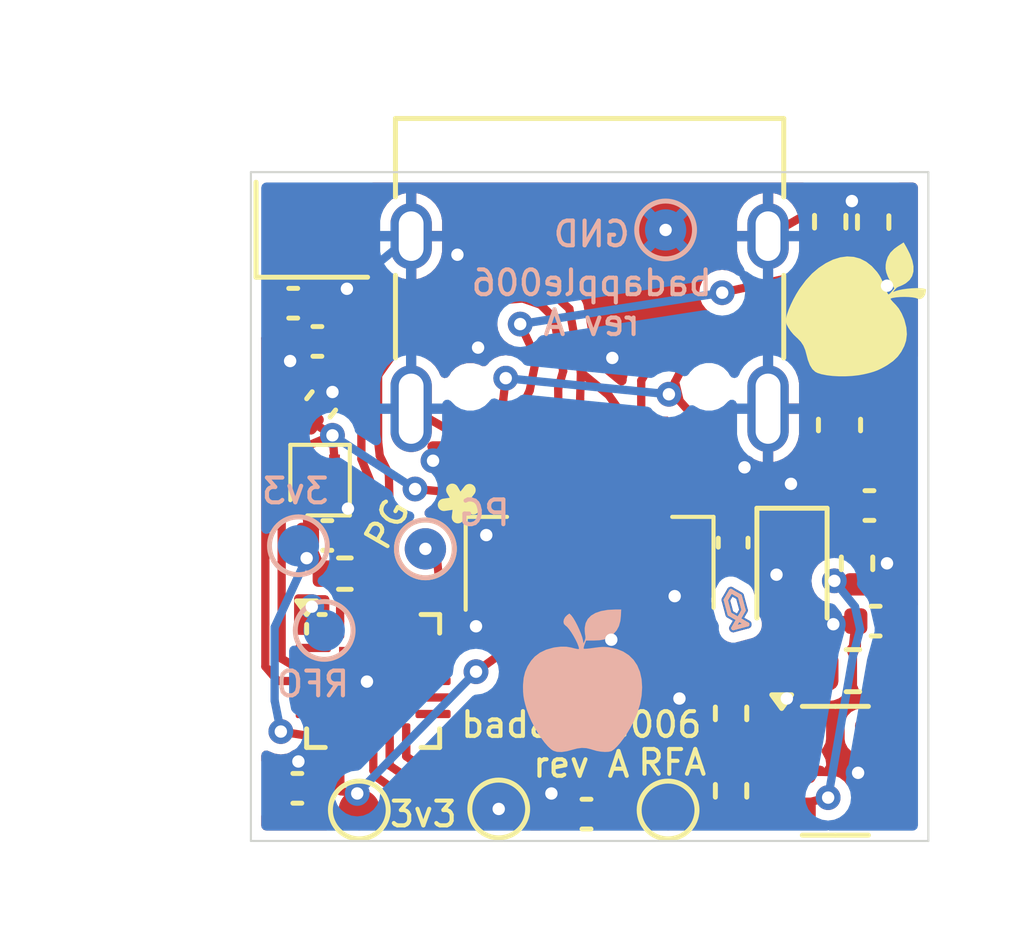
<source format=kicad_pcb>
(kicad_pcb (version 20240108) (generator "pcbnew") (generator_version "8.0")
  (layers (0 "F.Cu" signal) (31 "B.Cu" signal) (34 "B.Paste" user) (35 "F.Paste" user) (36 "B.SilkS" user "B.Silkscreen") (37 "F.SilkS" user "F.Silkscreen") (38 "B.Mask" user) (39 "F.Mask" user) (44 "Edge.Cuts" user))
  (net 0 "")
  (net 1 "Net-(J1-Pin_7)")
  (net 2 "GND")
  (net 4 "OVDD")
  (net 5 "RES")
  (net 6 "SCL")
  (net 7 "SDA")
  (net 8 "Net-(J1-Pin_6)")
  (net 9 "VBUS")
  (net 10 "Net-(J2-CC1)")
  (net 11 "D+")
  (net 12 "D-")
  (net 14 "Net-(J2-CC2)")
  (net 24 "Net-(U1-PA2{slash}T1{slash}T2{slash}U2TX_{slash}OPP0{slash}X0A0)")
  (net 25 "Net-(U1-PA1{slash}T1{slash}T2{slash}OPN0{slash}XI{slash}A1)")
  (net 26 "SWIO")
  (net 27 "RFO")
  (net 28 "Net-(J7-Pin_1)")
  (net 29 "OLEDVCC")
  (net 30 "Net-(D1-A)")
  (net 31 "Net-(U2-FB)")
  (footprint "Package_TO_SOT_SMD:SOT-23-5" (layer "F.Cu") (at 84.15 94.5)
    (property "Reference" "U2" (hide yes))
    (property "Value" "MT3540")
    (pad "1" smd roundrect (at -1.1375 -0.95) (size 1.325 0.6) (layers "F.Cu" "F.Paste" "F.Mask") (net 30 "Net-(D1-A)"))
    (pad "2" smd roundrect (at -1.1375 0) (size 1.325 0.6) (layers "F.Cu" "F.Paste" "F.Mask") (net 2 "GND"))
    (pad "3" smd roundrect (at -1.1375 0.95) (size 1.325 0.6) (layers "F.Cu" "F.Paste" "F.Mask") (net 31 "Net-(U2-FB)"))
    (pad "4" smd roundrect (at 1.1375 0.95) (size 1.325 0.6) (layers "F.Cu" "F.Paste" "F.Mask") (net 9 "VBUS"))
    (pad "5" smd roundrect (at 1.1375 -0.95) (size 1.325 0.6) (layers "F.Cu" "F.Paste" "F.Mask") (net 9 "VBUS"))
  )
  (footprint "TestPoint:TestPoint_Pad_D1.0mm" (layer "F.Cu") (at 76 95.425)
    (property "Reference" "J11" (hide yes))
    (property "Value" "GND")
    (pad "1" smd circle (at 0 0) (size 1 1) (layers "F.Cu" "F.Mask") (net 2 "GND"))
  )
  (footprint "artwork:apple" (layer "F.Cu") (at 84.775 83.375 -60)
    (property "Reference" "J8" (hide yes))
    (property "Value" "APPLE" (hide yes))
  )
  (footprint "cnhardware:xdfn-reg" (layer "F.Cu") (at 71.675 87.465)
    (property "Reference" "U3" (hide yes))
    (property "Value" "RS3236-3.3YUTDN4")
    (pad "1" smd custom (at -0.35 0.51) (size 0.26 0.23) (layers "F.Cu" "F.Paste" "F.Mask") (net 4 "OVDD") (options (clearance outline) (anchor rect)) (primitives (gr_poly (pts (xy 0.13 -0.115) (xy -0.13 -0.115) (xy -0.13 -0.275) (xy -0.03 -0.275)) (width 0) (fill yes))))
    (pad "2" smd custom (at 0.35 0.51) (size 0.26 0.23) (layers "F.Cu" "F.Paste" "F.Mask") (net 2 "GND") (options (clearance outline) (anchor rect)) (primitives (gr_poly (pts (xy 0.13 -0.115) (xy -0.13 -0.115) (xy 0.03 -0.275) (xy 0.13 -0.275)) (width 0) (fill yes))))
    (pad "3" smd custom (at 0.35 -0.51 180) (size 0.26 0.23) (layers "F.Cu" "F.Paste" "F.Mask") (net 9 "VBUS") (options (clearance outline) (anchor rect)) (primitives (gr_poly (pts (xy 0.13 -0.115) (xy -0.13 -0.115) (xy -0.13 -0.275) (xy -0.03 -0.275)) (width 0) (fill yes))))
    (pad "4" smd custom (at -0.35 -0.51 180) (size 0.26 0.23) (layers "F.Cu" "F.Paste" "F.Mask") (net 9 "VBUS") (options (clearance outline) (anchor rect)) (primitives (gr_poly (pts (xy 0.13 -0.115) (xy -0.13 -0.115) (xy 0.03 -0.275) (xy 0.13 -0.275)) (width 0) (fill yes))))
    (pad "5" smd rect (at 0 0 225) (size 0.48 0.48) (layers "F.Cu" "F.Paste" "F.Mask") (net 2 "GND"))
  )
  (footprint "Crystal:Crystal_SMD_2016-4Pin_2.0x1.6mm" (layer "F.Cu") (at 71.475 81.395)
    (property "Reference" "Y1" (hide yes))
    (property "Value" "24MHz")
    (pad "1" smd roundrect (at -0.7 0.55) (size 0.9 0.8) (layers "F.Cu" "F.Paste" "F.Mask") (roundrect_rratio 0.1) (net 24 "Net-(U1-PA2{slash}T1{slash}T2{slash}U2TX_{slash}OPP0{slash}X0A0)"))
    (pad "2" smd rect (at 0.7 0.55) (size 0.9 0.8) (layers "F.Cu" "F.Paste" "F.Mask") (net 2 "GND"))
    (pad "3" smd roundrect (at 0.7 -0.55) (size 0.9 0.8) (layers "F.Cu" "F.Paste" "F.Mask") (roundrect_rratio 0.1) (net 25 "Net-(U1-PA1{slash}T1{slash}T2{slash}OPN0{slash}XI{slash}A1)"))
    (pad "4" smd rect (at -0.7 -0.55) (size 0.9 0.8) (layers "F.Cu" "F.Paste" "F.Mask") (net 2 "GND"))
  )
  (footprint "TestPoint:TestPoint_Pad_D1.0mm" (layer "F.Cu") (at 80.1 95.45)
    (property "Reference" "J7" (hide yes))
    (property "Value" "RFA" (at 0.1 -1.15 180) (layer "F.SilkS") (effects (font (size 0.6 0.6) (thickness 0.1) (bold yes))))
    (pad "1" smd circle (at 0 0) (size 1 1) (layers "F.Cu" "F.Mask") (net 28 "Net-(J7-Pin_1)"))
  )
  (footprint "Diode_SMD:D_SOD-323" (layer "F.Cu") (at 83.1 89.75 -90)
    (property "Reference" "D1" (hide yes))
    (property "Value" "D_Schottky")
    (pad "1" smd roundrect (at -1.05 0 270) (size 0.6 0.45) (layers "F.Cu" "F.Paste" "F.Mask") (net 29 "OLEDVCC"))
    (pad "2" smd roundrect (at 1.05 0 270) (size 0.6 0.45) (layers "F.Cu" "F.Paste" "F.Mask") (net 30 "Net-(D1-A)"))
  )
  (footprint "Resistor_SMD:R_0402_1005Metric" (layer "F.Cu") (at 72.275 89.725)
    (property "Reference" "R4" (hide yes))
    (property "Value" "1.5k")
    (pad "1" smd roundrect (at -0.510001 0.000001) (size 0.54 0.64) (layers "F.Cu" "F.Paste" "F.Mask") (net 4 "OVDD"))
    (pad "2" smd roundrect (at 0.510001 -0.000001) (size 0.54 0.64) (layers "F.Cu" "F.Paste" "F.Mask") (net 12 "D-"))
  )
  (footprint "Capacitor_SMD:C_0402_1005Metric" (layer "F.Cu") (at 78.125 95.55 180)
    (property "Reference" "C8" (hide yes))
    (property "Value" "100n")
    (pad "1" smd roundrect (at -0.48 0 180) (size 0.56 0.62) (layers "F.Cu" "F.Paste" "F.Mask") (net 28 "Net-(J7-Pin_1)"))
    (pad "2" smd roundrect (at 0.48 0 180) (size 0.56 0.62) (layers "F.Cu" "F.Paste" "F.Mask") (net 2 "GND"))
  )
  (footprint "TestPoint:TestPoint_Pad_D1.0mm" (layer "F.Cu") (at 72.625 95.45)
    (property "Reference" "J10" (hide yes))
    (property "Value" "3v3" (at 1.55 0.1 0) (layer "F.SilkS") (effects (font (size 0.6 0.6) (thickness 0.1) (bold yes))))
    (pad "1" smd circle (at 0 0) (size 1 1) (layers "F.Cu" "F.Mask") (net 4 "OVDD"))
  )
  (footprint "Capacitor_SMD:C_0402_1005Metric" (layer "F.Cu") (at 71.701406 85.625 52)
    (property "Reference" "C6" (hide yes))
    (property "Value" "4.7u10v")
    (pad "1" smd roundrect (at -0.48 0 52) (size 0.56 0.62) (layers "F.Cu" "F.Paste" "F.Mask") (net 9 "VBUS"))
    (pad "2" smd roundrect (at 0.48 0 52) (size 0.56 0.62) (layers "F.Cu" "F.Paste" "F.Mask") (net 2 "GND"))
  )
  (footprint "Resistor_SMD:R_0402_1005Metric" (layer "F.Cu") (at 81.625 93.11 -90)
    (property "Reference" "R1" (hide yes))
    (property "Value" "390k")
    (pad "1" smd roundrect (at -0.51 0 270) (size 0.54 0.64) (layers "F.Cu" "F.Paste" "F.Mask") (net 8 "Net-(J1-Pin_6)"))
    (pad "2" smd roundrect (at 0.51 0 270) (size 0.54 0.64) (layers "F.Cu" "F.Paste" "F.Mask") (net 2 "GND"))
  )
  (footprint "Resistor_SMD:R_0402_1005Metric" (layer "F.Cu") (at 81.625 94.985 -90)
    (property "Reference" "R6" (hide yes))
    (property "Value" "5.1k")
    (pad "1" smd roundrect (at -0.51 0 270) (size 0.54 0.64) (layers "F.Cu" "F.Paste" "F.Mask") (net 2 "GND"))
    (pad "2" smd roundrect (at 0.51 0 270) (size 0.54 0.64) (layers "F.Cu" "F.Paste" "F.Mask") (net 31 "Net-(U2-FB)"))
  )
  (footprint "Capacitor_SMD:C_0402_1005Metric" (layer "F.Cu") (at 84.975 88.075)
    (property "Reference" "C3" (hide yes))
    (property "Value" "100n")
    (pad "1" smd roundrect (at -0.48 0) (size 0.56 0.62) (layers "F.Cu" "F.Paste" "F.Mask") (net 29 "OLEDVCC"))
    (pad "2" smd roundrect (at 0.48 0) (size 0.56 0.62) (layers "F.Cu" "F.Paste" "F.Mask") (net 2 "GND"))
  )
  (footprint "fpc:AFC42-S08FMA-1H" (layer "F.Cu") (at 78.2 88.5)
    (property "Reference" "J1" (hide yes))
    (property "Value" "OLED")
    (pad "1" smd roundrect (at -1.75 0 180) (size 0.3 0.8) (layers "F.Cu" "F.Paste" "F.Mask") (net 2 "GND"))
    (pad "2" smd roundrect (at -1.25 0 180) (size 0.3 0.8) (layers "F.Cu" "F.Paste" "F.Mask") (net 4 "OVDD"))
    (pad "3" smd roundrect (at -0.75 0 180) (size 0.3 0.8) (layers "F.Cu" "F.Paste" "F.Mask") (net 5 "RES"))
    (pad "4" smd roundrect (at -0.25 0 180) (size 0.3 0.8) (layers "F.Cu" "F.Paste" "F.Mask") (net 6 "SCL"))
    (pad "5" smd roundrect (at 0.25 0 180) (size 0.3 0.8) (layers "F.Cu" "F.Paste" "F.Mask") (net 7 "SDA"))
    (pad "6" smd roundrect (at 0.75 0 180) (size 0.3 0.8) (layers "F.Cu" "F.Paste" "F.Mask") (net 8 "Net-(J1-Pin_6)"))
    (pad "7" smd roundrect (at 1.25 0 180) (size 0.3 0.8) (layers "F.Cu" "F.Paste" "F.Mask") (net 1 "Net-(J1-Pin_7)"))
    (pad "8" smd roundrect (at 1.75 0 180) (size 0.3 0.8) (layers "F.Cu" "F.Paste" "F.Mask") (net 29 "OLEDVCC"))
    (pad "9" smd roundrect (at -2.75 2.5 180) (size 0.4 0.8) (layers "F.Cu" "F.Paste" "F.Mask") (net 2 "GND"))
    (pad "10" smd roundrect (at 2.75 2.5 180) (size 0.4 0.8) (layers "F.Cu" "F.Paste" "F.Mask") (net 2 "GND"))
  )
  (footprint "Capacitor_SMD:C_0402_1005Metric" (layer "F.Cu") (at 71.61 84.1)
    (property "Reference" "C10" (hide yes))
    (property "Value" "2.2p")
    (pad "1" smd roundrect (at -0.48 0) (size 0.56 0.62) (layers "F.Cu" "F.Paste" "F.Mask") (net 2 "GND"))
    (pad "2" smd roundrect (at 0.48 0) (size 0.56 0.62) (layers "F.Cu" "F.Paste" "F.Mask") (net 25 "Net-(U1-PA1{slash}T1{slash}T2{slash}OPN0{slash}XI{slash}A1)"))
  )
  (footprint "Inductor_SMD:L_0603_1608Metric" (layer "F.Cu") (at 84.575 92.075)
    (property "Reference" "L1" (hide yes))
    (property "Value" "4.7uH")
    (pad "1" smd roundrect (at -0.7875 0) (size 0.875 0.95) (layers "F.Cu" "F.Paste" "F.Mask") (net 30 "Net-(D1-A)"))
    (pad "2" smd roundrect (at 0.7875 0) (size 0.875 0.95) (layers "F.Cu" "F.Paste" "F.Mask") (net 9 "VBUS"))
  )
  (footprint "Capacitor_SMD:C_0402_1005Metric" (layer "F.Cu") (at 71.85 88.8)
    (property "Reference" "C4" (hide yes))
    (property "Value" "4.7u16v")
    (pad "1" smd roundrect (at -0.48 0) (size 0.56 0.62) (layers "F.Cu" "F.Paste" "F.Mask") (net 4 "OVDD"))
    (pad "2" smd roundrect (at 0.48 0) (size 0.56 0.62) (layers "F.Cu" "F.Paste" "F.Mask") (net 2 "GND"))
  )
  (footprint "Capacitor_SMD:C_0402_1005Metric" (layer "F.Cu") (at 71.125 94.925 180)
    (property "Reference" "C7" (hide yes))
    (property "Value" "100n" (hide yes))
    (pad "1" smd roundrect (at -0.48 0 180) (size 0.56 0.62) (layers "F.Cu" "F.Paste" "F.Mask") (net 4 "OVDD"))
    (pad "2" smd roundrect (at 0.48 0 180) (size 0.56 0.62) (layers "F.Cu" "F.Paste" "F.Mask") (net 2 "GND"))
  )
  (footprint "Connector_USB:USB_C_Receptacle_HRO_TYPE-C-31-M-12" (layer "F.Cu") (at 78.2 82.6 180)
    (property "Reference" "J2" (hide yes))
    (property "Value" "USB_C_Receptacle_USB2.0")
    (pad "" np_thru_hole circle (at -2.89 -2.6 180) (size 0.65 0.65) (drill 0.65) (layers "*.Cu" "*.Mask"))
    (pad "" np_thru_hole circle (at 2.89 -2.6 180) (size 0.65 0.65) (drill 0.65) (layers "*.Cu" "*.Mask"))
    (pad "A1" smd rect (at -3.25 -4.045 180) (size 0.6 1.45) (layers "F.Cu" "F.Paste" "F.Mask") (net 2 "GND"))
    (pad "A4" smd rect (at -2.45 -4.045 180) (size 0.6 1.45) (layers "F.Cu" "F.Paste" "F.Mask") (net 9 "VBUS"))
    (pad "A5" smd rect (at -1.25 -4.045 180) (size 0.3 1.45) (layers "F.Cu" "F.Paste" "F.Mask") (net 10 "Net-(J2-CC1)"))
    (pad "A6" smd rect (at -0.25 -4.045 180) (size 0.3 1.45) (layers "F.Cu" "F.Paste" "F.Mask") (net 11 "D+"))
    (pad "A7" smd rect (at 0.25 -4.045 180) (size 0.3 1.45) (layers "F.Cu" "F.Paste" "F.Mask") (net 12 "D-"))
    (pad "A8" smd rect (at 1.25 -4.045 180) (size 0.3 1.45) (layers "F.Cu" "F.Paste" "F.Mask"))
    (pad "A9" smd rect (at 2.45 -4.045 180) (size 0.6 1.45) (layers "F.Cu" "F.Paste" "F.Mask") (net 9 "VBUS"))
    (pad "A12" smd rect (at 3.25 -4.045 180) (size 0.6 1.45) (layers "F.Cu" "F.Paste" "F.Mask") (net 2 "GND"))
    (pad "B1" smd rect (at 3.25 -4.045 180) (size 0.6 1.45) (layers "F.Cu" "F.Paste" "F.Mask") (net 2 "GND"))
    (pad "B4" smd rect (at 2.45 -4.045 180) (size 0.6 1.45) (layers "F.Cu" "F.Paste" "F.Mask") (net 9 "VBUS"))
    (pad "B5" smd rect (at 1.75 -4.045 180) (size 0.3 1.45) (layers "F.Cu" "F.Paste" "F.Mask") (net 14 "Net-(J2-CC2)"))
    (pad "B6" smd rect (at 0.75 -4.045 180) (size 0.3 1.45) (layers "F.Cu" "F.Paste" "F.Mask") (net 11 "D+"))
    (pad "B7" smd rect (at -0.75 -4.045 180) (size 0.3 1.45) (layers "F.Cu" "F.Paste" "F.Mask") (net 12 "D-"))
    (pad "B8" smd rect (at -1.75 -4.045 180) (size 0.3 1.45) (layers "F.Cu" "F.Paste" "F.Mask"))
    (pad "B9" smd rect (at -2.45 -4.045 180) (size 0.6 1.45) (layers "F.Cu" "F.Paste" "F.Mask") (net 9 "VBUS"))
    (pad "B12" smd rect (at -3.25 -4.045 180) (size 0.6 1.45) (layers "F.Cu" "F.Paste" "F.Mask") (net 2 "GND"))
    (pad "S1" thru_hole oval (at -4.32 -3.13 180) (size 1 2.1) (drill oval 0.6 1.7) (layers "*.Cu" "*.Mask") (net 2 "GND"))
    (pad "S1" thru_hole oval (at -4.32 1.05 180) (size 1 1.6) (drill oval 0.6 1.2) (layers "*.Cu" "*.Mask") (net 2 "GND"))
    (pad "S1" thru_hole oval (at 4.32 -3.13 180) (size 1 2.1) (drill oval 0.6 1.7) (layers "*.Cu" "*.Mask") (net 2 "GND"))
    (pad "S1" thru_hole oval (at 4.32 1.05 180) (size 1 1.6) (drill oval 0.6 1.2) (layers "*.Cu" "*.Mask") (net 2 "GND"))
  )
  (footprint "Capacitor_SMD:C_0402_1005Metric" (layer "F.Cu") (at 81.675 88.975 -90)
    (property "Reference" "C1" (hide yes))
    (property "Value" "2.2u16v")
    (pad "1" smd roundrect (at -0.48 0 270) (size 0.56 0.62) (layers "F.Cu" "F.Paste" "F.Mask") (net 1 "Net-(J1-Pin_7)"))
    (pad "2" smd roundrect (at 0.48 0 270) (size 0.56 0.62) (layers "F.Cu" "F.Paste" "F.Mask") (net 2 "GND"))
  )
  (footprint "Resistor_SMD:R_0402_1005Metric" (layer "F.Cu") (at 85.065 81.21 90)
    (property "Reference" "R2" (hide yes))
    (property "Value" "5.1k")
    (pad "1" smd roundrect (at -0.51 0 90) (size 0.54 0.64) (layers "F.Cu" "F.Paste" "F.Mask") (net 10 "Net-(J2-CC1)"))
    (pad "2" smd roundrect (at 0.51 0 90) (size 0.54 0.64) (layers "F.Cu" "F.Paste" "F.Mask") (net 2 "GND"))
  )
  (footprint "Capacitor_SMD:C_0603_1608Metric" (layer "F.Cu") (at 84.25 86.125 90)
    (property "Reference" "C2" (hide yes))
    (property "Value" "4.7u16v")
    (pad "1" smd roundrect (at -0.775 0 90) (size 0.9 0.95) (layers "F.Cu" "F.Paste" "F.Mask") (net 29 "OLEDVCC"))
    (pad "2" smd roundrect (at 0.775 0 90) (size 0.9 0.95) (layers "F.Cu" "F.Paste" "F.Mask") (net 2 "GND"))
  )
  (footprint "Resistor_SMD:R_0402_1005Metric" (layer "F.Cu") (at 84.025 81.2 90)
    (property "Reference" "R3" (hide yes))
    (property "Value" "5.1k")
    (pad "1" smd roundrect (at -0.51 0 90) (size 0.54 0.64) (layers "F.Cu" "F.Paste" "F.Mask") (net 14 "Net-(J2-CC2)"))
    (pad "2" smd roundrect (at 0.51 0 90) (size 0.54 0.64) (layers "F.Cu" "F.Paste" "F.Mask") (net 2 "GND"))
  )
  (footprint "TestPoint:TestPoint_Pad_D1.0mm" (layer "F.Cu") (at 74.225 89.125 30)
    (property "Reference" "J9" (hide yes))
    (property "Value" "PG" (at -0.501073 -0.982115 60) (layer "F.SilkS") (effects (font (size 0.6 0.6) (thickness 0.1))))
    (pad "1" smd circle (at 0 0 30) (size 1 1) (layers "F.Cu" "F.Mask") (net 26 "SWIO"))
  )
  (footprint "Package_DFN_QFN:QFN-20-1EP_3x3mm_P0.4mm_EP1.65x1.65mm" (layer "F.Cu") (at 72.96 92.325)
    (property "Reference" "U1" (hide yes))
    (property "Value" "CH32V006F8U6" (hide yes))
    (pad "1" smd roundrect (at -1.45 -0.8) (size 0.85 0.2) (layers "F.Cu" "F.Paste" "F.Mask"))
    (pad "2" smd roundrect (at -1.45 -0.4) (size 0.85 0.2) (layers "F.Cu" "F.Paste" "F.Mask") (net 25 "Net-(U1-PA1{slash}T1{slash}T2{slash}OPN0{slash}XI{slash}A1)"))
    (pad "3" smd roundrect (at -1.45 0) (size 0.85 0.2) (layers "F.Cu" "F.Paste" "F.Mask") (net 24 "Net-(U1-PA2{slash}T1{slash}T2{slash}U2TX_{slash}OPP0{slash}X0A0)"))
    (pad "4" smd roundrect (at -1.45 0.4) (size 0.85 0.2) (layers "F.Cu" "F.Paste" "F.Mask") (net 2 "GND"))
    (pad "5" smd roundrect (at -1.45 0.8) (size 0.85 0.2) (layers "F.Cu" "F.Paste" "F.Mask"))
    (pad "6" smd roundrect (at -0.8 1.45) (size 0.2 0.85) (layers "F.Cu" "F.Paste" "F.Mask") (net 4 "OVDD"))
    (pad "7" smd roundrect (at -0.4 1.45) (size 0.2 0.85) (layers "F.Cu" "F.Paste" "F.Mask"))
    (pad "8" smd roundrect (at 0 1.45) (size 0.2 0.85) (layers "F.Cu" "F.Paste" "F.Mask") (net 7 "SDA"))
    (pad "9" smd roundrect (at 0.4 1.45) (size 0.2 0.85) (layers "F.Cu" "F.Paste" "F.Mask") (net 6 "SCL"))
    (pad "10" smd roundrect (at 0.8 1.45) (size 0.2 0.85) (layers "F.Cu" "F.Paste" "F.Mask") (net 5 "RES"))
    (pad "11" smd roundrect (at 1.45 0.8) (size 0.85 0.2) (layers "F.Cu" "F.Paste" "F.Mask"))
    (pad "12" smd roundrect (at 1.45 0.4) (size 0.85 0.2) (layers "F.Cu" "F.Paste" "F.Mask"))
    (pad "13" smd roundrect (at 1.45 0) (size 0.85 0.2) (layers "F.Cu" "F.Paste" "F.Mask"))
    (pad "14" smd roundrect (at 1.45 -0.4) (size 0.85 0.2) (layers "F.Cu" "F.Paste" "F.Mask"))
    (pad "15" smd roundrect (at 1.45 -0.8) (size 0.85 0.2) (layers "F.Cu" "F.Paste" "F.Mask") (net 26 "SWIO"))
    (pad "16" smd roundrect (at 0.8 -1.45) (size 0.2 0.85) (layers "F.Cu" "F.Paste" "F.Mask"))
    (pad "17" smd roundrect (at 0.4 -1.45) (size 0.2 0.85) (layers "F.Cu" "F.Paste" "F.Mask") (net 11 "D+"))
    (pad "18" smd roundrect (at 0 -1.45) (size 0.2 0.85) (layers "F.Cu" "F.Paste" "F.Mask") (net 12 "D-"))
    (pad "19" smd roundrect (at -0.4 -1.45) (size 0.2 0.85) (layers "F.Cu" "F.Paste" "F.Mask"))
    (pad "20" smd roundrect (at -0.8 -1.45) (size 0.2 0.85) (layers "F.Cu" "F.Paste" "F.Mask") (net 27 "RFO"))
    (pad "21" smd rect (at 0 0) (size 1.65 1.65) (property pad_prop_heatsink) (layers "F.Cu" "F.Mask") (net 2 "GND"))
  )
  (footprint "Capacitor_SMD:C_0402_1005Metric" (layer "F.Cu") (at 85.125 90.875 180)
    (property "Reference" "C5" (hide yes))
    (property "Value" "4.7u10v")
    (pad "1" smd roundrect (at -0.48 0 180) (size 0.56 0.62) (layers "F.Cu" "F.Paste" "F.Mask") (net 9 "VBUS"))
    (pad "2" smd roundrect (at 0.48 0 180) (size 0.56 0.62) (layers "F.Cu" "F.Paste" "F.Mask") (net 2 "GND"))
  )
  (footprint "Resistor_SMD:R_0402_1005Metric" (layer "F.Cu") (at 84.675 89.475 90)
    (property "Reference" "R5" (hide yes))
    (property "Value" "62k")
    (pad "1" smd roundrect (at -0.51 0 90) (size 0.54 0.64) (layers "F.Cu" "F.Paste" "F.Mask") (net 31 "Net-(U2-FB)"))
    (pad "2" smd roundrect (at 0.51 0 90) (size 0.54 0.64) (layers "F.Cu" "F.Paste" "F.Mask") (net 29 "OLEDVCC"))
  )
  (footprint "Capacitor_SMD:C_0402_1005Metric" (layer "F.Cu") (at 71.025 83.175 180)
    (property "Reference" "C9" (hide yes))
    (property "Value" "2.2p")
    (pad "1" smd roundrect (at -0.48 0 180) (size 0.56 0.62) (layers "F.Cu" "F.Paste" "F.Mask") (net 2 "GND"))
    (pad "2" smd roundrect (at 0.48 0 180) (size 0.56 0.62) (layers "F.Cu" "F.Paste" "F.Mask") (net 24 "Net-(U1-PA2{slash}T1{slash}T2{slash}U2TX_{slash}OPP0{slash}X0A0)"))
  )
  (footprint "TestPoint:TestPoint_Pad_D1.0mm" (layer "B.Cu") (at 74.225 89.125 180)
    (property "Reference" "J3" (hide yes))
    (property "Value" "PG" (at -1.43 0.87 0) (layer "B.SilkS") (effects (font (size 0.6 0.6) (thickness 0.1) (bold yes)) (justify mirror)))
    (pad "1" smd circle (at 0 0 180) (size 1 1) (layers "B.Cu" "B.Mask") (net 26 "SWIO"))
  )
  (footprint "TestPoint:TestPoint_Pad_D1.0mm" (layer "B.Cu") (at 71.775 91.1 180)
    (property "Reference" "J6" (hide yes))
    (property "Value" "RFO" (at 0.275 -1.3 0) (layer "B.SilkS") (effects (font (size 0.6 0.6) (thickness 0.1) (bold yes)) (justify mirror)))
    (pad "1" smd circle (at 0 0 180) (size 1 1) (layers "B.Cu" "B.Mask") (net 27 "RFO"))
  )
  (footprint "TestPoint:TestPoint_Pad_D1.0mm" (layer "B.Cu") (at 71.15 89.05 180)
    (property "Reference" "J4" (hide yes))
    (property "Value" "3v3" (at 0.075 1.325 0) (layer "B.SilkS") (effects (font (size 0.6 0.6) (thickness 0.1) (bold yes)) (justify mirror)))
    (pad "1" smd circle (at 0 0 180) (size 1 1) (layers "B.Cu" "B.Mask") (net 4 "OVDD"))
  )
  (footprint "TestPoint:TestPoint_Pad_D1.0mm" (layer "B.Cu") (at 80.04 81.4 180)
    (property "Reference" "J5" (hide yes))
    (property "Value" "GND" (at 1.79 -0.1 180) (layer "B.SilkS") (effects (font (size 0.6 0.6) (thickness 0.1) (bold yes)) (justify mirror)))
    (pad "1" smd circle (at 0 0 180) (size 1 1) (layers "B.Cu" "B.Mask") (net 2 "GND"))
  )
  (footprint "artwork:apple" (layer "B.Cu") (at 78.03 92.32 180)
    (property "Reference" "J8" (hide yes))
    (property "Value" "APPLE" (hide yes))
  )
  (gr_line (start 81.929246 90.61274) (end 81.83774 90.271233) (stroke (width 0.1)) (layer "B.SilkS"))
  (gr_line (start 81.587739 90.704247) (end 82.020753 90.954245) (stroke (width 0.1)) (layer "B.SilkS"))
  (gr_line (start 82.020753 90.954245) (end 81.679246 91.045754) (stroke (width 0.1)) (layer "B.SilkS"))
  (gr_line (start 81.496234 90.36274) (end 81.587739 90.704247) (stroke (width 0.1)) (layer "B.SilkS"))
  (gr_line (start 81.621233 90.146232) (end 81.496234 90.36274) (stroke (width 0.1)) (layer "B.SilkS"))
  (gr_line (start 81.679246 91.045754) (end 81.929246 90.61274) (stroke (width 0.1)) (layer "B.SilkS"))
  (gr_line (start 81.83774 90.271233) (end 81.621233 90.146232) (stroke (width 0.1)) (layer "B.SilkS"))
  (gr_line (start 81.679246 91.045754) (end 81.929246 90.61274) (stroke (width 0.1)) (layer "F.SilkS"))
  (gr_line (start 82.020753 90.954245) (end 81.679246 91.045754) (stroke (width 0.1)) (layer "F.SilkS"))
  (gr_line (start 81.496234 90.36274) (end 81.587739 90.704247) (stroke (width 0.1)) (layer "F.SilkS"))
  (gr_line (start 81.621233 90.146232) (end 81.496234 90.36274) (stroke (width 0.1)) (layer "F.SilkS"))
  (gr_line (start 81.587739 90.704247) (end 82.020753 90.954245) (stroke (width 0.1)) (layer "F.SilkS"))
  (gr_line (start 81.929246 90.61274) (end 81.83774 90.271233) (stroke (width 0.1)) (layer "F.SilkS"))
  (gr_line (start 81.83774 90.271233) (end 81.621233 90.146232) (stroke (width 0.1)) (layer "F.SilkS"))
  (gr_line (start 86.4 80) (end 86.4 96.2) (stroke (width 0.05)) (layer "Edge.Cuts"))
  (gr_line (start 70 96.2) (end 70 80) (stroke (width 0.05)) (layer "Edge.Cuts"))
  (gr_line (start 70 80) (end 86.4 80) (stroke (width 0.05)) (layer "Edge.Cuts"))
  (gr_line (start 86.4 96.2) (end 70 96.2) (stroke (width 0.05)) (layer "Edge.Cuts"))
  (gr_text "badapple006\nrev A" (at 78.25 84 0) (layer "B.SilkS") (effects (font (size 0.6 0.6) (thickness 0.1)) (justify bottom mirror)))
  (gr_text "*" (at 75.06 89.55 30) (layer "F.SilkS") (effects (font (size 1.5 1.5) (thickness 0.3) (bold yes)) (justify left bottom)))
  (gr_text "badapple006\nrev A" (at 78 94.7 -0) (layer "F.SilkS") (effects (font (size 0.6 0.6) (thickness 0.1)) (justify bottom)))
  (segment (start 81.587739 90.704245) (end 82.020753 90.954245) (width 0.2) (layer "F.Cu") (net 0))
  (segment (start 81.496235 90.362739) (end 81.587739 90.704245) (width 0.2) (layer "F.Cu") (net 0))
  (segment (start 81.621232 90.146235) (end 81.83774 90.271235) (width 0.2) (layer "F.Cu") (net 0))
  (segment (start 81.621232 90.146235) (end 81.496235 90.362739) (width 0.2) (layer "F.Cu") (net 0))
  (segment (start 82.020753 90.954245) (end 81.679246 91.045754) (width 0.2) (layer "F.Cu") (net 0))
  (segment (start 81.679246 91.045754) (end 81.929244 90.612741) (width 0.2) (layer "F.Cu") (net 0))
  (segment (start 81.929244 90.612741) (end 81.83774 90.271235) (width 0.2) (layer "F.Cu") (net 0))
  (segment (start 81.929246 90.61274) (end 81.679246 91.045754) (width 0.2) (layer "B.Cu") (net 0))
  (segment (start 81.621233 90.146232) (end 81.496234 90.36274) (width 0.2) (layer "B.Cu") (net 0))
  (segment (start 81.621233 90.146232) (end 81.83774 90.271233) (width 0.2) (layer "B.Cu") (net 0))
  (segment (start 81.679246 91.045754) (end 82.020753 90.954245) (width 0.2) (layer "B.Cu") (net 0))
  (segment (start 81.83774 90.271233) (end 81.929246 90.61274) (width 0.2) (layer "B.Cu") (net 0))
  (segment (start 81.587739 90.704247) (end 81.496234 90.36274) (width 0.2) (layer "B.Cu") (net 0))
  (segment (start 82.020753 90.954245) (end 81.587739 90.704247) (width 0.2) (layer "B.Cu") (net 0))
  (segment (start 79.45 88.99) (end 79.65 89.23) (width 0.2) (layer "F.Cu") (net 1))
  (segment (start 79.65 89.23) (end 80.425 89.225) (width 0.2) (layer "F.Cu") (net 1))
  (segment (start 80.425 89.225) (end 81.825 88.495) (width 0.2) (layer "F.Cu") (net 1))
  (segment (start 79.45 88.5) (end 79.45 88.99) (width 0.2) (layer "F.Cu") (net 1))
  (segment (start 81.825 89.455) (end 82.725 89.75) (width 0.2) (layer "F.Cu") (net 2))
  (segment (start 71.996924 85.246755) (end 71.975 85.325) (width 0.2) (layer "F.Cu") (net 2))
  (segment (start 85.55 87.125) (end 85.55 88.075) (width 0.2) (layer "F.Cu") (net 2))
  (segment (start 85.4 85.825) (end 85.55 87.125) (width 0.2) (layer "F.Cu") (net 2))
  (segment (start 71.625 81.55) (end 72.175 81.945) (width 0.2) (layer "F.Cu") (net 2))
  (segment (start 84.575 92.5) (end 84.575 91.475) (width 0.2) (layer "F.Cu") (net 2))
  (segment (start 72.025 87.75) (end 71.675 87.465) (width 0.2) (layer "F.Cu") (net 2))
  (segment (start 71.15 94.275) (end 70.77 94.975) (width 0.2) (layer "F.Cu") (net 2))
  (segment (start 72.35 88.15) (end 72.025 87.75) (width 0.2) (layer "F.Cu") (net 2))
  (segment (start 81.35 93.635) (end 80.375 92.75) (width 0.2) (layer "F.Cu") (net 2))
  (segment (start 84.025 93) (end 84.425 92.8) (width 0.2) (layer "F.Cu") (net 2))
  (segment (start 84.25 94.225) (end 84.7 94.55) (width 0.2) (layer "F.Cu") (net 2))
  (segment (start 84.425 92.8) (end 84.575 92.5) (width 0.2) (layer "F.Cu") (net 2))
  (segment (start 82.725 94.5) (end 84.7 94.55) (width 0.2) (layer "F.Cu") (net 2))
  (segment (start 83.375 92.875) (end 84.025 93) (width 0.2) (layer "F.Cu") (net 2))
  (segment (start 85.175 85.325) (end 85.4 85.825) (width 0.2) (layer "F.Cu") (net 2))
  (segment (start 72.33 88.8) (end 72.35 88.15) (width 0.2) (layer "F.Cu") (net 2))
  (segment (start 81.45 85.81) (end 81.64 85.72) (width 0.2) (layer "F.Cu") (net 2))
  (segment (start 84.575 91.475) (end 84.645 90.875) (width 0.2) (layer "F.Cu") (net 2))
  (segment (start 74.95 86.645) (end 74.925 86.325) (width 0.2) (layer "F.Cu") (net 2))
  (segment (start 81.45 86.645) (end 81.45 85.81) (width 0.2) (layer "F.Cu") (net 2))
  (segment (start 80.95 91) (end 80.26 90.27) (width 0.2) (layer "F.Cu") (net 2))
  (segment (start 84.25 85.35) (end 85.175 85.325) (width 0.2) (layer "F.Cu") (net 2))
  (segment (start 84.645 90.875) (end 84.1 90.95) (width 0.2) (layer "F.Cu") (net 2))
  (segment (start 84.025 80.69) (end 82.52 81.55) (width 0.2) (layer "F.Cu") (net 2))
  (segment (start 71.44 92.73) (end 72.49 92.73) (width 0.2) (layer "F.Cu") (net 2))
  (segment (start 81.64 85.72) (end 82.52 85.73) (width 0.2) (layer "F.Cu") (net 2))
  (segment (start 75.45 91) (end 75.698848 88.791152) (width 0.2) (layer "F.Cu") (net 2))
  (segment (start 74.925 86.325) (end 73.88 85.73) (width 0.2) (layer "F.Cu") (net 2))
  (segment (start 70.775 80.845) (end 71.35 81.25) (width 0.2) (layer "F.Cu") (net 2))
  (segment (start 71.35 81.25) (end 71.625 81.55) (width 0.2) (layer "F.Cu") (net 2))
  (segment (start 72.15 81.945) (end 72.35 82.905) (width 0.2) (layer "F.Cu") (net 2))
  (segment (start 84.025 93) (end 84.25 94.225) (width 0.2) (layer "F.Cu") (net 2))
  (segment (start 82.975 92.75) (end 83.375 92.875) (width 0.2) (layer "F.Cu") (net 2))
  (segment (start 81.45 86.645) (end 81.95 87.15) (width 0.2) (layer "F.Cu") (net 2))
  (segment (start 75.698848 88.791152) (end 76.45 88.5) (width 0.2) (layer "F.Cu") (net 2))
  (via (at 72.35 88.15) (size 0.6) (drill 0.3) (layers "F.Cu" "B.Cu") (net 2))
  (via (at 71.15 94.275) (size 0.6) (drill 0.3) (layers "F.Cu" "B.Cu") (net 2))
  (via (at 76 95.425) (size 0.6) (drill 0.3) (layers "F.Cu" "B.Cu") (net 2))
  (via (at 82.725 89.75) (size 0.6) (drill 0.3) (layers "F.Cu" "B.Cu") (net 2))
  (via (at 84.55 80.7) (size 0.6) (drill 0.3) (layers "F.Cu" "B.Cu") (net 2))
  (via (at 84.1 90.95) (size 0.6) (drill 0.3) (layers "F.Cu" "B.Cu") (net 2))
  (via (at 80.375 92.75) (size 0.6) (drill 0.3) (layers "F.Cu" "B.Cu") (net 2))
  (via (at 80.04 81.4) (size 0.6) (drill 0.3) (layers "F.Cu" "B.Cu") (net 2))
  (via (at 77.275 95.05) (size 0.6) (drill 0.3) (layers "F.Cu" "B.Cu") (net 2))
  (via (at 78.725 91.325) (size 0.6) (drill 0.3) (layers "F.Cu" "B.Cu") (net 2))
  (via (at 71.975 85.325) (size 0.6) (drill 0.3) (layers "F.Cu" "B.Cu") (net 2))
  (via (at 75.5 84.25) (size 0.6) (drill 0.3) (layers "F.Cu" "B.Cu") (net 2))
  (via (at 83.075 87.55) (size 0.6) (drill 0.3) (layers "F.Cu" "B.Cu") (net 2))
  (via (at 74.41 86.99) (size 0.6) (drill 0.3) (layers "F.Cu" "B.Cu") (net 2))
  (via (at 75.698848 88.791152) (size 0.6) (drill 0.3) (layers "F.Cu" "B.Cu") (net 2))
  (via (at 82.975 92.75) (size 0.6) (drill 0.3) (layers "F.Cu" "B.Cu") (net 2))
  (via (at 80.26 90.27) (size 0.6) (drill 0.3) (layers "F.Cu" "B.Cu") (net 2))
  (via (at 70.95 84.575) (size 0.6) (drill 0.3) (layers "F.Cu" "B.Cu") (net 2))
  (via (at 72.81 92.34) (size 0.6) (drill 0.3) (layers "F.Cu" "B.Cu") (net 2))
  (via (at 85.4 89.475) (size 0.6) (drill 0.3) (layers "F.Cu" "B.Cu") (net 2))
  (via (at 75 82) (size 0.6) (drill 0.3) (layers "F.Cu" "B.Cu") (net 2))
  (via (at 78.75 84.5) (size 0.6) (drill 0.3) (layers "F.Cu" "B.Cu") (net 2))
  (via (at 84.7 94.55) (size 0.6) (drill 0.3) (layers "F.Cu" "B.Cu") (net 2))
  (via (at 72.325 82.825) (size 0.6) (drill 0.3) (layers "F.Cu" "B.Cu") (net 2))
  (via (at 81.95 87.15) (size 0.6) (drill 0.3) (layers "F.Cu" "B.Cu") (net 2))
  (via (at 75.45 91) (size 0.6) (drill 0.3) (layers "F.Cu" "B.Cu") (net 2))
  (via (at 85.4 82.75) (size 0.6) (drill 0.3) (layers "F.Cu" "B.Cu") (net 2))
  (segment (start 74.41 86.99) (end 75.23 87.22) (width 0.2) (layer "B.Cu") (net 2))
  (segment (start 71.975 85.325) (end 70.95 84.575) (width 0.2) (layer "B.Cu") (net 2))
  (segment (start 80.26 90.27) (end 75.698848 88.791152) (width 0.2) (layer "B.Cu") (net 2))
  (segment (start 81.95 87.15) (end 82.725 89.75) (width 0.2) (layer "B.Cu") (net 2))
  (segment (start 75.23 87.22) (end 75.57 87.7) (width 0.2) (layer "B.Cu") (net 2))
  (segment (start 84.1 90.95) (end 82.725 89.75) (width 0.2) (layer "B.Cu") (net 2))
  (segment (start 82.52 81.55) (end 82.52 85.73) (width 0.2) (layer "B.Cu") (net 2))
  (segment (start 72.81 92.34) (end 71.15 94.275) (width 0.2) (layer "B.Cu") (net 2))
  (segment (start 72.325 82.825) (end 73.88 81.55) (width 0.2) (layer "B.Cu") (net 2))
  (segment (start 75.57 87.7) (end 75.698848 88.791152) (width 0.2) (layer "B.Cu") (net 2))
  (segment (start 73.88 85.73) (end 73.88 81.55) (width 0.2) (layer "B.Cu") (net 2))
  (segment (start 76.95 88.5) (end 76.975 89.375) (width 0.2) (layer "F.Cu") (net 4))
  (segment (start 71.506155 89.118845) (end 71.35 89.35) (width 0.2) (layer "F.Cu") (net 4))
  (segment (start 71.764999 89.725001) (end 71.506155 89.118845) (width 0.2) (layer "F.Cu") (net 4))
  (segment (start 72.16 94.365) (end 72.168492 94.9) (width 0.2) (layer "F.Cu") (net 4))
  (segment (start 71.37 88.575) (end 71.325 87.975) (width 0.2) (layer "F.Cu") (net 4))
  (segment (start 76.25 91.525) (end 75.45 92.1) (width 0.2) (layer "F.Cu") (net 4))
  (segment (start 71.73 94.975) (end 72.168492 94.9) (width 0.2) (layer "F.Cu") (net 4))
  (segment (start 72.168492 94.9) (end 72.17 94.995) (width 0.2) (layer "F.Cu") (net 4))
  (segment (start 72.16 93.775) (end 72.16 94.365) (width 0.2) (layer "F.Cu") (net 4))
  (segment (start 71.506155 89.118845) (end 71.37 88.8) (width 0.2) (layer "F.Cu") (net 4))
  (segment (start 70.725 93.55) (end 72.16 93.775) (width 0.2) (layer "F.Cu") (net 4))
  (segment (start 76.975 89.375) (end 76.71567 90.622334) (width 0.2) (layer "F.Cu") (net 4))
  (segment (start 72.17 94.995) (end 72.575 95.05) (width 0.2) (layer "F.Cu") (net 4))
  (segment (start 76.71567 90.622334) (end 76.25 91.525) (width 0.2) (layer "F.Cu") (net 4))
  (via (at 72.575 95.05) (size 0.6) (drill 0.3) (layers "F.Cu" "B.Cu") (net 4))
  (via (at 75.45 92.1) (size 0.6) (drill 0.3) (layers "F.Cu" "B.Cu") (net 4))
  (via (at 70.725 93.55) (size 0.6) (drill 0.3) (layers "F.Cu" "B.Cu") (net 4))
  (via (at 71.35 89.35) (size 0.6) (drill 0.3) (layers "F.Cu" "B.Cu") (net 4))
  (segment (start 70.725 93.55) (end 70.575 92.8) (width 0.2) (layer "B.Cu") (net 4))
  (segment (start 75.45 92.1) (end 72.575 95.05) (width 0.2) (layer "B.Cu") (net 4))
  (segment (start 70.575 91.025) (end 71.35 89.35) (width 0.2) (layer "B.Cu") (net 4))
  (segment (start 70.575 92.8) (end 70.575 91.025) (width 0.2) (layer "B.Cu") (net 4))
  (segment (start 75.875 92.7) (end 76.77 91.87) (width 0.2) (layer "F.Cu") (net 5))
  (segment (start 76.77 91.87) (end 77.45 89.49) (width 0.2) (layer "F.Cu") (net 5))
  (segment (start 73.76 93.775) (end 73.76 94.15) (width 0.2) (layer "F.Cu") (net 5))
  (segment (start 73.76 94.15) (end 73.9 94.25) (width 0.2) (layer "F.Cu") (net 5))
  (segment (start 75.6 93.025) (end 75.875 92.7) (width 0.2) (layer "F.Cu") (net 5))
  (segment (start 73.9 94.25) (end 74.675 94.225) (width 0.2) (layer "F.Cu") (net 5))
  (segment (start 74.675 94.225) (end 75.6 93.025) (width 0.2) (layer "F.Cu") (net 5))
  (segment (start 77.45 89.49) (end 77.45 88.5) (width 0.2) (layer "F.Cu") (net 5))
  (segment (start 73.36 94.375) (end 73.8 94.675) (width 0.2) (layer "F.Cu") (net 6))
  (segment (start 76.175 93.025) (end 74.875 94.625) (width 0.2) (layer "F.Cu") (net 6))
  (segment (start 73.8 94.675) (end 74.875 94.625) (width 0.2) (layer "F.Cu") (net 6))
  (segment (start 77.95 88.5) (end 77.95 89.81) (width 0.2) (layer "F.Cu") (net 6))
  (segment (start 73.36 93.775) (end 73.36 94.375) (width 0.2) (layer "F.Cu") (net 6))
  (segment (start 77.17 92.12) (end 76.175 93.025) (width 0.2) (layer "F.Cu") (net 6))
  (segment (start 77.95 89.81) (end 77.17 92.12) (width 0.2) (layer "F.Cu") (net 6))
  (segment (start 78.45 89.61) (end 78.45 88.5) (width 0.2) (layer "F.Cu") (net 7))
  (segment (start 76.525 93.3) (end 77.475 92.4) (width 0.2) (layer "F.Cu") (net 7))
  (segment (start 73.8 95.1) (end 75.15 95.025) (width 0.2) (layer "F.Cu") (net 7))
  (segment (start 77.475 92.4) (end 77.57 92.2) (width 0.2) (layer "F.Cu") (net 7))
  (segment (start 77.57 92.2) (end 78.45 89.61) (width 0.2) (layer "F.Cu") (net 7))
  (segment (start 72.96 93.775) (end 72.965 94.495) (width 0.2) (layer "F.Cu") (net 7))
  (segment (start 73.525 95) (end 73.8 95.1) (width 0.2) (layer "F.Cu") (net 7))
  (segment (start 75.15 95.025) (end 76.525 93.3) (width 0.2) (layer "F.Cu") (net 7))
  (segment (start 72.965 94.495) (end 73.075 94.675) (width 0.2) (layer "F.Cu") (net 7))
  (segment (start 73.075 94.675) (end 73.525 95) (width 0.2) (layer "F.Cu") (net 7))
  (segment (start 79.03 89.83) (end 78.96 89.21) (width 0.2) (layer "F.Cu") (net 8))
  (segment (start 78.96 89.21) (end 78.95 88.5) (width 0.2) (layer "F.Cu") (net 8))
  (segment (start 80.525 91.925) (end 79.4 90.75) (width 0.2) (layer "F.Cu") (net 8))
  (segment (start 79.4 90.75) (end 79.03 89.83) (width 0.2) (layer "F.Cu") (net 8))
  (segment (start 81.35 92.615) (end 80.525 91.925) (width 0.2) (layer "F.Cu") (net 8))
  (segment (start 80.63 85.82) (end 80.65 86.645) (width 0.2) (layer "F.Cu") (net 9))
  (segment (start 85.5 94.575) (end 85.2875 93.55) (width 0.2) (layer "F.Cu") (net 9))
  (segment (start 86.05 90.45) (end 86.025 85.325) (width 0.2) (layer "F.Cu") (net 9))
  (segment (start 85.2875 95.45) (end 85.5 94.575) (width 0.2) (layer "F.Cu") (net 9))
  (segment (start 76.17 84.99) (end 76.11 85.51) (width 0.2) (layer "F.Cu") (net 9))
  (segment (start 85.825 84.925) (end 85.475 84.575) (width 0.2) (layer "F.Cu") (net 9))
  (segment (start 75.625 87.525) (end 75.35 87.8) (width 0.2) (layer "F.Cu") (net 9))
  (segment (start 82.51 84.31) (end 80.95 84.44) (width 0.2) (layer "F.Cu") (net 9))
  (segment (start 71.325 86.955) (end 71.325 86.65) (width 0.2) (layer "F.Cu") (net 9))
  (segment (start 80.48 84.67) (end 80.27 85.08) (width 0.2) (layer "F.Cu") (net 9))
  (segment (start 85.605 90.875) (end 85.3625 92.075) (width 0.2) (layer "F.Cu") (net 9))
  (segment (start 85.475 84.575) (end 84.875 84.475) (width 0.2) (layer "F.Cu") (net 9))
  (segment (start 72.025 86.955) (end 71.975 86.375) (width 0.2) (layer "F.Cu") (net 9))
  (segment (start 75.35 87.8) (end 73.975 87.675) (width 0.2) (layer "F.Cu") (net 9))
  (segment (start 80.95 84.44) (end 80.48 84.67) (width 0.2) (layer "F.Cu") (net 9))
  (segment (start 85.3625 92.075) (end 85.2875 93.55) (width 0.2) (layer "F.Cu") (net 9))
  (segment (start 80.38 85.54) (end 80.63 85.82) (width 0.2) (layer "F.Cu") (net 9))
  (segment (start 71.975 86.375) (end 71.405888 86.003245) (width 0.2) (layer "F.Cu") (net 9))
  (segment (start 80.27 85.08) (end 80.38 85.54) (width 0.2) (layer "F.Cu") (net 9))
  (segment (start 84.875 84.475) (end 83.5 84.325) (width 0.2) (layer "F.Cu") (net 9))
  (segment (start 85.605 90.875) (end 86.05 90.45) (width 0.2) (layer "F.Cu") (net 9))
  (segment (start 80.27 85.08) (end 80.12 85.38) (width 0.2) (layer "F.Cu") (net 9))
  (segment (start 86.025 85.325) (end 85.825 84.925) (width 0.2) (layer "F.Cu") (net 9))
  (segment (start 75.75 86.645) (end 75.625 87.525) (width 0.2) (layer "F.Cu") (net 9))
  (segment (start 71.325 86.65) (end 71.975 86.375) (width 0.2) (layer "F.Cu") (net 9))
  (segment (start 83.5 84.325) (end 82.51 84.31) (width 0.2) (layer "F.Cu") (net 9))
  (segment (start 76.11 85.51) (end 75.75 86.645) (width 0.2) (layer "F.Cu") (net 9))
  (via (at 76.17 84.99) (size 0.6) (drill 0.3) (layers "F.Cu" "B.Cu") (net 9))
  (via (at 73.975 87.675) (size 0.6) (drill 0.3) (layers "F.Cu" "B.Cu") (net 9))
  (via (at 80.12 85.38) (size 0.6) (drill 0.3) (layers "F.Cu" "B.Cu") (net 9))
  (via (at 71.975 86.375) (size 0.6) (drill 0.3) (layers "F.Cu" "B.Cu") (net 9))
  (segment (start 80.12 85.38) (end 76.17 84.99) (width 0.2) (layer "B.Cu") (net 9))
  (segment (start 73.975 87.675) (end 71.975 86.375) (width 0.2) (layer "B.Cu") (net 9))
  (segment (start 83.65 82.85) (end 84.725 82.05) (width 0.2) (layer "F.Cu") (net 10))
  (segment (start 79.45 86.645) (end 79.45 85.05) (width 0.2) (layer "F.Cu") (net 10))
  (segment (start 79.45 85.05) (end 79.71 84.6) (width 0.2) (layer "F.Cu") (net 10))
  (segment (start 80.86 83.98) (end 83.65 82.85) (width 0.2) (layer "F.Cu") (net 10))
  (segment (start 79.71 84.6) (end 80.86 83.98) (width 0.2) (layer "F.Cu") (net 10))
  (segment (start 84.725 82.05) (end 85.065 81.72) (width 0.2) (layer "F.Cu") (net 10))
  (segment (start 77.01 83.21) (end 77.34 83.53) (width 0.2) (layer "F.Cu") (net 11))
  (segment (start 74.28 83.86) (end 74.7 83.63) (width 0.2) (layer "F.Cu") (net 11))
  (segment (start 73.12 86.87) (end 73.08 86.52) (width 0.2) (layer "F.Cu") (net 11))
  (segment (start 73.34 87.31) (end 73.12 86.87) (width 0.2) (layer "F.Cu") (net 11))
  (segment (start 74.7 83.63) (end 75.76 83.13) (width 0.2) (layer "F.Cu") (net 11))
  (segment (start 73.08 86.52) (end 73.08 84.92) (width 0.2) (layer "F.Cu") (net 11))
  (segment (start 76.58 83.06) (end 77.01 83.21) (width 0.2) (layer "F.Cu") (net 11))
  (segment (start 73.57 84.23) (end 74.28 83.86) (width 0.2) (layer "F.Cu") (net 11))
  (segment (start 78.43 87.52) (end 78.45 86.645) (width 0.2) (layer "F.Cu") (net 11))
  (segment (start 77.56 84.82) (end 77.44 85.24) (width 0.2) (layer "F.Cu") (net 11))
  (segment (start 77.45 87.57) (end 77.82 87.72) (width 0.2) (layer "F.Cu") (net 11))
  (segment (start 77.82 87.72) (end 78.24 87.71) (width 0.2) (layer "F.Cu") (net 11))
  (segment (start 77.45 86.645) (end 77.45 87.57) (width 0.2) (layer "F.Cu") (net 11))
  (segment (start 73.36 88.24) (end 73.34 87.31) (width 0.2) (layer "F.Cu") (net 11))
  (segment (start 77.44 85.24) (end 77.45 86.645) (width 0.2) (layer "F.Cu") (net 11))
  (segment (start 78.24 87.71) (end 78.43 87.52) (width 0.2) (layer "F.Cu") (net 11))
  (segment (start 77.34 83.53) (end 77.56 84.82) (width 0.2) (layer "F.Cu") (net 11))
  (segment (start 73.08 84.92) (end 73.57 84.23) (width 0.2) (layer "F.Cu") (net 11))
  (segment (start 73.36 90.875) (end 73.36 88.24) (width 0.2) (layer "F.Cu") (net 11))
  (segment (start 75.76 83.13) (end 76.58 83.06) (width 0.2) (layer "F.Cu") (net 11))
  (segment (start 78.95 86.645) (end 78.95 85.81) (width 0.2) (layer "F.Cu") (net 12))
  (segment (start 72.89 84.45) (end 73.33 83.87) (width 0.2) (layer "F.Cu") (net 12))
  (segment (start 72.951794 87.630176) (end 72.675 86.95) (width 0.2) (layer "F.Cu") (net 12))
  (segment (start 77.95 86.645) (end 77.97 85.5) (width 0.2) (layer "F.Cu") (net 12))
  (segment (start 72.675 86.95) (end 72.675 86.164375) (width 0.2) (layer "F.Cu") (net 12))
  (segment (start 72.96 90.675) (end 72.96 89.405) (width 0.2) (layer "F.Cu") (net 12))
  (segment (start 72.68 84.82) (end 72.89 84.45) (width 0.2) (layer "F.Cu") (net 12))
  (segment (start 78.95 85.81) (end 78.66 85.4) (width 0.2) (layer "F.Cu") (net 12))
  (segment (start 72.951794 88.655176) (end 72.951794 87.630176) (width 0.2) (layer "F.Cu") (net 12))
  (segment (start 75.46 82.81) (end 75.76 82.71) (width 0.2) (layer "F.Cu") (net 12))
  (segment (start 78.66 85.4) (end 77.99 84.85) (width 0.2) (layer "F.Cu") (net 12))
  (segment (start 76.57 82.64) (end 77.19 82.84) (width 0.2) (layer "F.Cu") (net 12))
  (segment (start 72.675 86.164375) (end 72.65 84.9) (width 0.2) (layer "F.Cu") (net 12))
  (segment (start 77.97 85.5) (end 77.99 84.85) (width 0.2) (layer "F.Cu") (net 12))
  (segment (start 72.65 84.9) (end 72.68 84.82) (width 0.2) (layer "F.Cu") (net 12))
  (segment (start 75.76 82.71) (end 76.57 82.64) (width 0.2) (layer "F.Cu") (net 12))
  (segment (start 77.19 82.84) (end 77.71 83.31) (width 0.2) (layer "F.Cu") (net 12))
  (segment (start 73.33 83.87) (end 75.46 82.81) (width 0.2) (layer "F.Cu") (net 12))
  (segment (start 72.96 89.405) (end 72.951794 88.655176) (width 0.2) (layer "F.Cu") (net 12))
  (segment (start 77.71 83.31) (end 77.99 84.85) (width 0.2) (layer "F.Cu") (net 12))
  (segment (start 76.91 84.51) (end 76.75 85.29) (width 0.2) (layer "F.Cu") (net 14))
  (segment (start 76.52 83.68) (end 76.91 84.51) (width 0.2) (layer "F.Cu") (net 14))
  (segment (start 81.41 82.92) (end 83.3 82.5) (width 0.2) (layer "F.Cu") (net 14))
  (segment (start 83.3 82.5) (end 84.025 81.71) (width 0.2) (layer "F.Cu") (net 14))
  (segment (start 76.75 85.29) (end 76.51 85.8) (width 0.2) (layer "F.Cu") (net 14))
  (segment (start 76.51 85.8) (end 76.45 86.645) (width 0.2) (layer "F.Cu") (net 14))
  (via (at 81.41 82.92) (size 0.6) (drill 0.3) (layers "F.Cu" "B.Cu") (net 14))
  (via (at 76.52 83.68) (size 0.6) (drill 0.3) (layers "F.Cu" "B.Cu") (net 14))
  (segment (start 76.52 83.68) (end 81.41 82.92) (width 0.2) (layer "B.Cu") (net 14))
  (segment (start 70.35 91.975) (end 70.65 92.325) (width 0.2) (layer "F.Cu") (net 24))
  (segment (start 70.631006 83.105) (end 70.35 84.025) (width 0.2) (layer "F.Cu") (net 24))
  (segment (start 70.65 92.325) (end 71.44 92.33) (width 0.2) (layer "F.Cu") (net 24))
  (segment (start 70.35 84.025) (end 70.35 91.975) (width 0.2) (layer "F.Cu") (net 24))
  (segment (start 70.75 81.685) (end 70.631006 83.105) (width 0.2) (layer "F.Cu") (net 24))
  (segment (start 71.35 85.075) (end 72.09 84.1) (width 0.2) (layer "F.Cu") (net 25))
  (segment (start 70.745 89.43) (end 70.75 85.775) (width 0.2) (layer "F.Cu") (net 25))
  (segment (start 72.95 82.9) (end 73 81.86) (width 0.2) (layer "F.Cu") (net 25))
  (segment (start 72.89 81.25) (end 72.15 80.81) (width 0.2) (layer "F.Cu") (net 25))
  (segment (start 70.745 91.785) (end 70.745 89.43) (width 0.2) (layer "F.Cu") (net 25))
  (segment (start 71.44 91.93) (end 70.98 91.925) (width 0.2) (layer "F.Cu") (net 25))
  (segment (start 73 81.86) (end 72.89 81.25) (width 0.2) (layer "F.Cu") (net 25))
  (segment (start 70.75 85.775) (end 71.35 85.075) (width 0.2) (layer "F.Cu") (net 25))
  (segment (start 70.98 91.925) (end 70.745 91.785) (width 0.2) (layer "F.Cu") (net 25))
  (segment (start 72.09 84.1) (end 72.8 83.25) (width 0.2) (layer "F.Cu") (net 25))
  (segment (start 72.8 83.25) (end 72.95 82.9) (width 0.2) (layer "F.Cu") (net 25))
  (segment (start 74.55 89.815) (end 74.475 89.05) (width 0.2) (layer "F.Cu") (net 26))
  (segment (start 74.225 89.125) (end 74.55 89.335) (width 0.2) (layer "F.Cu") (net 26))
  (segment (start 74.55 90.015) (end 74.55 89.815) (width 0.2) (layer "F.Cu") (net 26))
  (segment (start 74.55 90.015) (end 74.41 91.525) (width 0.2) (layer "F.Cu") (net 26))
  (via (at 74.225 89.125) (size 0.6) (drill 0.3) (layers "F.Cu" "B.Cu") (net 26))
  (segment (start 72.16 90.875) (end 71.475 90.525) (width 0.2) (layer "F.Cu") (net 27))
  (via (at 71.475 90.525) (size 0.6) (drill 0.3) (layers "F.Cu" "B.Cu") (net 27))
  (segment (start 78.605 95.55) (end 80.1 95.45) (width 0.2) (layer "F.Cu") (net 28))
  (segment (start 84.675 88.965) (end 84.47 88.075) (width 0.2) (layer "F.Cu") (net 29))
  (segment (start 82.55 88.21) (end 83.1 88.7) (width 0.2) (layer "F.Cu") (net 29))
  (segment (start 79.95 88.5) (end 81.275 87.9) (width 0.2) (layer "F.Cu") (net 29))
  (segment (start 83.1 88.7) (end 84.47 88.075) (width 0.2) (layer "F.Cu") (net 29))
  (segment (start 81.275 87.9) (end 82.15 87.925) (width 0.2) (layer "F.Cu") (net 29))
  (segment (start 82.15 87.925) (end 82.55 88.21) (width 0.2) (layer "F.Cu") (net 29))
  (segment (start 84.47 88.075) (end 84.25 86.4875) (width 0.2) (layer "F.Cu") (net 29))
  (segment (start 82.725 93.55) (end 82.35 92.875) (width 0.2) (layer "F.Cu") (net 30))
  (segment (start 82.35 92.875) (end 82.45 92.175) (width 0.2) (layer "F.Cu") (net 30))
  (segment (start 83.025 91.925) (end 83.7875 92.075) (width 0.2) (layer "F.Cu") (net 30))
  (segment (start 82.45 92.175) (end 83.025 91.925) (width 0.2) (layer "F.Cu") (net 30))
  (segment (start 83.7875 92.075) (end 83.25 90.8) (width 0.2) (layer "F.Cu") (net 30))
  (segment (start 83.975 95.15) (end 82.725 95.45) (width 0.2) (layer "F.Cu") (net 31))
  (segment (start 82.725 95.45) (end 81.35 95.51) (width 0.2) (layer "F.Cu") (net 31))
  (via (at 84.125 89.9) (size 0.6) (drill 0.3) (layers "F.Cu" "B.Cu") (net 31))
  (via (at 83.975 95.15) (size 0.6) (drill 0.3) (layers "F.Cu" "B.Cu") (net 31))
  (segment (start 84.575 91.725) (end 83.975 95.15) (width 0.2) (layer "B.Cu") (net 31))
  (segment (start 84.125 89.9) (end 84.625 90.525) (width 0.2) (layer "B.Cu") (net 31))
  (segment (start 84.625 90.525) (end 84.75 91.075) (width 0.2) (layer "B.Cu") (net 31))
  (segment (start 84.75 91.075) (end 84.575 91.725) (width 0.2) (layer "B.Cu") (net 31))
  (zone (net 27) (net_name "RFO") (layer "F.Cu") (priority 1) (connect_pads (clearance 0.2)) (min_thickness 0.2) (fill yes (thermal_gap 0.2) (thermal_bridge_width 0.2))
    (polygon (pts (xy 70.875 90.225) (xy 71.9 90.225) (xy 71.9 91.225) (xy 70.875 91.2)))
  )
  (zone (net 2) (net_name "GND") (layers "F&B.Cu") (connect_pads (clearance 0.25)) (min_thickness 0.25) (fill yes (thermal_gap 0.25) (thermal_bridge_width 0.25))
    (polygon (pts (xy 88.73 76.63) (xy 88.73 98.28) (xy 67.6 97.7) (xy 67.84 75.83)))
  )
)
</source>
